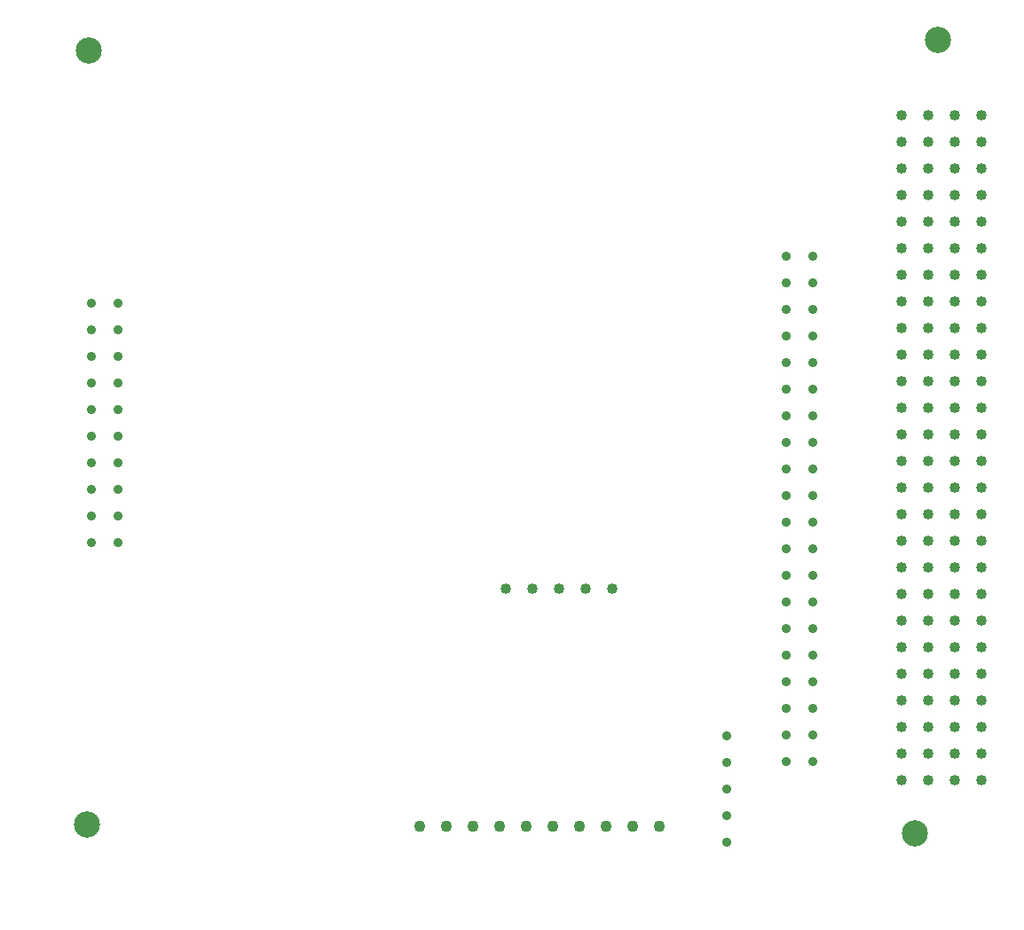
<source format=gbr>
%TF.GenerationSoftware,Altium Limited,Altium Designer,21.6.1 (37)*%
G04 Layer_Color=0*
%FSLAX45Y45*%
%MOMM*%
%TF.SameCoordinates,16E63DA4-43ED-4674-A1E0-7AC0996D3122*%
%TF.FilePolarity,Positive*%
%TF.FileFunction,Plated,1,6,PTH,Drill*%
%TF.Part,Single*%
G01*
G75*
%TA.AperFunction,ComponentDrill*%
%ADD151C,1.10000*%
%ADD152C,1.02000*%
%ADD153C,0.90000*%
%ADD154C,1.02000*%
%ADD155C,2.50000*%
%TA.AperFunction,ViaDrill,NotFilled*%
%ADD156C,0.10000*%
D151*
X8302371Y3395889D02*
D03*
X8048371Y3395889D02*
D03*
X7540371Y3395889D02*
D03*
X7032371Y3395889D02*
D03*
X6524371Y3395889D02*
D03*
X6778371Y3395889D02*
D03*
X7286371Y3395889D02*
D03*
X7794371Y3395889D02*
D03*
X8556371Y3395889D02*
D03*
X8810371Y3395889D02*
D03*
D152*
X11633200Y3835400D02*
D03*
X11633200Y4089400D02*
D03*
X11633200Y4343400D02*
D03*
X11633200Y4597400D02*
D03*
X11633200Y4851400D02*
D03*
X11633200Y5105400D02*
D03*
X11633200Y5359400D02*
D03*
X11633200Y5613400D02*
D03*
X11633200Y5867400D02*
D03*
X11633200Y6121400D02*
D03*
X11633200Y6375400D02*
D03*
X11633200Y6629400D02*
D03*
X11633200Y6883400D02*
D03*
X11633200Y7137400D02*
D03*
X11633200Y7391400D02*
D03*
X11633200Y7645400D02*
D03*
X11633200Y7899400D02*
D03*
X11633200Y8153400D02*
D03*
X11633200Y8407400D02*
D03*
X11633200Y8661400D02*
D03*
X11633200Y8915400D02*
D03*
X11633200Y9169400D02*
D03*
X11633200Y9423400D02*
D03*
X11633200Y9677400D02*
D03*
X11633200Y9931400D02*
D03*
X11633200Y10185400D02*
D03*
X11887200Y3835400D02*
D03*
X11887200Y4089400D02*
D03*
X11887200Y4343400D02*
D03*
X11887200Y4597400D02*
D03*
X11887200Y4851400D02*
D03*
X11887200Y5105400D02*
D03*
X11887200Y5359400D02*
D03*
X11887200Y5613400D02*
D03*
X11887200Y5867400D02*
D03*
X11887200Y6121400D02*
D03*
X11887200Y6375400D02*
D03*
X11887200Y6629400D02*
D03*
X11887200Y6883400D02*
D03*
X11887200Y7137400D02*
D03*
X11887200Y7391400D02*
D03*
X11887200Y7645400D02*
D03*
X11887200Y7899400D02*
D03*
X11887200Y8153400D02*
D03*
X11887200Y8407400D02*
D03*
X11887200Y8661400D02*
D03*
X11887200Y8915400D02*
D03*
X11887200Y9169400D02*
D03*
X11887200Y9423400D02*
D03*
X11887200Y9677400D02*
D03*
X11887200Y9931400D02*
D03*
X11887200Y10185400D02*
D03*
X11379200Y10185400D02*
D03*
X11379200Y9931400D02*
D03*
X11379200Y9677400D02*
D03*
X11379200Y9423400D02*
D03*
X11379200Y9169400D02*
D03*
X11379200Y8915400D02*
D03*
X11379200Y8661400D02*
D03*
X11379200Y8407400D02*
D03*
X11379200Y8153400D02*
D03*
X11379200Y7899400D02*
D03*
X11379200Y7645400D02*
D03*
X11379200Y7391400D02*
D03*
X11379200Y6883400D02*
D03*
X11379200Y6629400D02*
D03*
X11379200Y6375400D02*
D03*
X11379200Y6121400D02*
D03*
X11379200Y5867400D02*
D03*
X11379200Y5613400D02*
D03*
X11379200Y5359400D02*
D03*
X11379200Y5105400D02*
D03*
X11379200Y4851400D02*
D03*
X11379200Y4597400D02*
D03*
X11379200Y4343400D02*
D03*
X11379200Y4089400D02*
D03*
X11379200Y3835400D02*
D03*
X11125200Y10185400D02*
D03*
X11125200Y9931400D02*
D03*
X11125200Y9677400D02*
D03*
X11125200Y9423400D02*
D03*
X11125200Y9169400D02*
D03*
X11125200Y8915400D02*
D03*
X11125200Y8661400D02*
D03*
X11125200Y8407400D02*
D03*
X11125200Y8153400D02*
D03*
X11125200Y7899400D02*
D03*
X11125200Y7645400D02*
D03*
X11125200Y7391400D02*
D03*
X11125200Y6883400D02*
D03*
X11125200Y6629400D02*
D03*
X11125200Y6375400D02*
D03*
X11125200Y6121400D02*
D03*
X11125200Y5867400D02*
D03*
X11125200Y5613400D02*
D03*
X11125200Y5359400D02*
D03*
X11125200Y5105400D02*
D03*
X11125200Y4851400D02*
D03*
X11125200Y4597400D02*
D03*
X11125200Y4343400D02*
D03*
X11125200Y4089400D02*
D03*
X11125200Y3835400D02*
D03*
X11379200Y7137400D02*
D03*
X11125200Y7137400D02*
D03*
D153*
X9459628Y4007665D02*
D03*
X9459628Y3245665D02*
D03*
X9459628Y3499665D02*
D03*
X9459628Y3753665D02*
D03*
X9459628Y4261665D02*
D03*
X10274300Y4013200D02*
D03*
X10020300Y4013200D02*
D03*
X10274300Y4267200D02*
D03*
X10020300Y4267200D02*
D03*
X10274300Y4521200D02*
D03*
X10020300Y4521200D02*
D03*
X10274300Y4775200D02*
D03*
X10020300Y4775200D02*
D03*
X10274300Y5029200D02*
D03*
X10020300Y5029200D02*
D03*
X10274300Y5283200D02*
D03*
X10020300Y5283200D02*
D03*
X10274300Y5537200D02*
D03*
X10020300Y5537200D02*
D03*
X10274300Y5791200D02*
D03*
X10020300Y5791200D02*
D03*
X10274300Y6045200D02*
D03*
X10020300Y6045200D02*
D03*
X10274300Y6299200D02*
D03*
X10020300Y6299200D02*
D03*
X10274300Y6553200D02*
D03*
X10020300Y6553200D02*
D03*
X10274300Y6807200D02*
D03*
X10020300Y6807200D02*
D03*
X10274300Y7061200D02*
D03*
X10020300Y7061200D02*
D03*
X10274300Y7315200D02*
D03*
X10020300Y7315200D02*
D03*
X10274300Y7569200D02*
D03*
X10020300Y7569200D02*
D03*
X10274300Y7823200D02*
D03*
X10020300Y7823200D02*
D03*
X10274300Y8077200D02*
D03*
X10020300Y8077200D02*
D03*
X10274300Y8331200D02*
D03*
X10020300Y8331200D02*
D03*
X10274300Y8585200D02*
D03*
X10020300Y8585200D02*
D03*
X10274300Y8839200D02*
D03*
X10020300Y8839200D02*
D03*
X3390900Y8394700D02*
D03*
X3644900Y8394700D02*
D03*
X3390900Y8140700D02*
D03*
X3644900Y8140700D02*
D03*
X3390900Y7886700D02*
D03*
X3644900Y7886700D02*
D03*
X3390900Y7632700D02*
D03*
X3644900Y7632700D02*
D03*
X3390900Y7378700D02*
D03*
X3644900Y7378700D02*
D03*
X3390900Y7124700D02*
D03*
X3644900Y7124700D02*
D03*
X3390900Y6870700D02*
D03*
X3644900Y6870700D02*
D03*
X3390900Y6616700D02*
D03*
X3644900Y6616700D02*
D03*
X3390900Y6362700D02*
D03*
X3644900Y6362700D02*
D03*
X3390900Y6108700D02*
D03*
X3644900Y6108700D02*
D03*
D154*
X7350902Y5666110D02*
D03*
X7604902Y5666110D02*
D03*
X7858902Y5666110D02*
D03*
X8112902Y5666110D02*
D03*
X8366902Y5666110D02*
D03*
D155*
X3365500Y10807700D02*
D03*
X11468100Y10909300D02*
D03*
X11252200Y3327400D02*
D03*
X3352800Y3416300D02*
D03*
D156*
X4849139Y3147801D02*
D03*
X5821073Y3342801D02*
D03*
X4904140Y3342806D02*
D03*
X11879648Y3608646D02*
D03*
X11942001Y3610894D02*
D03*
X11052466Y2622906D02*
D03*
X6718064Y6498824D02*
D03*
X7365908Y7637842D02*
D03*
X7359348Y7730002D02*
D03*
X7294396Y7649024D02*
D03*
X7198339Y7629076D02*
D03*
X7434864Y7589691D02*
D03*
X7430377Y7660001D02*
D03*
X7055573Y7619362D02*
D03*
X7115489Y7616199D02*
D03*
X7198205Y7833515D02*
D03*
X7144571Y7749828D02*
D03*
X6974506Y7936039D02*
D03*
X7145161Y8051744D02*
D03*
X7095663Y7980599D02*
D03*
X6974506Y8015599D02*
D03*
X7026833Y7827563D02*
D03*
X7043942Y7741871D02*
D03*
X7272600Y8063273D02*
D03*
X4803963Y8087568D02*
D03*
X5842101Y6372233D02*
D03*
X5901021Y6688098D02*
D03*
X5897346Y6890721D02*
D03*
X5901715Y6988924D02*
D03*
X5897534Y7089890D02*
D03*
X5901715Y6780603D02*
D03*
X5798965Y6890603D02*
D03*
X6206995Y6773767D02*
D03*
X6203505Y6888095D02*
D03*
X6308492Y6896534D02*
D03*
X7739313Y6875938D02*
D03*
X7369827Y7370896D02*
D03*
X7367392Y7456854D02*
D03*
X7430358Y7430573D02*
D03*
X7434864Y7515573D02*
D03*
X7590917Y7527171D02*
D03*
X7587605Y7442171D02*
D03*
X7788646Y7771182D02*
D03*
X7788646Y7686182D02*
D03*
X7724727Y7654752D02*
D03*
X7788646Y7469998D02*
D03*
X7657297Y7432500D02*
D03*
X7767739Y7546257D02*
D03*
X7745969Y7342588D02*
D03*
X7587293Y7650309D02*
D03*
X7578660Y7356770D02*
D03*
X7516090Y7452649D02*
D03*
X6985417Y7383042D02*
D03*
X7493660Y7364420D02*
D03*
X7354628Y7809207D02*
D03*
X7439628Y7801757D02*
D03*
X6672511Y8372044D02*
D03*
X6254137Y8718338D02*
D03*
X6309364Y6785662D02*
D03*
X5803509Y6793631D02*
D03*
X6016808Y6893098D02*
D03*
X5704495Y6890598D02*
D03*
X4902328Y6690795D02*
D03*
X5004162Y7293172D02*
D03*
X5017487Y7395446D02*
D03*
X5103817Y7494137D02*
D03*
X5004162Y7483802D02*
D03*
X5403071Y7999227D02*
D03*
X4917039Y8286334D02*
D03*
X4807039Y8298761D02*
D03*
X4799304Y8395746D02*
D03*
X4913880Y8392617D02*
D03*
X4890164Y8090599D02*
D03*
X5109799Y8099420D02*
D03*
X5006998Y8207432D02*
D03*
X5116998Y8191785D02*
D03*
X5323831Y8290598D02*
D03*
X5489455Y8069615D02*
D03*
X5707029Y8089431D02*
D03*
X5698722Y7982752D02*
D03*
X5710564Y7897752D02*
D03*
X6117593Y7593099D02*
D03*
X6010534Y7787066D02*
D03*
X6102118Y7991787D02*
D03*
X6206998Y8098060D02*
D03*
X6635520Y7655994D02*
D03*
X6757550Y7391633D02*
D03*
X6837550Y6980601D02*
D03*
X7550101Y6074793D02*
D03*
X6375207Y5469190D02*
D03*
X5498648Y5271646D02*
D03*
X12058372Y8599637D02*
D03*
X6510677Y6590599D02*
D03*
X6406993Y7186618D02*
D03*
X6211995Y6995886D02*
D03*
X6303588Y7097798D02*
D03*
X6409495Y7093098D02*
D03*
X5718696Y6990598D02*
D03*
X5512190Y7186822D02*
D03*
X4086939Y7541950D02*
D03*
X4317775Y7483230D02*
D03*
X4259440Y7552174D02*
D03*
X4148402Y7174395D02*
D03*
X3939052Y8747420D02*
D03*
X3939052Y8596996D02*
D03*
X3939052Y8296143D02*
D03*
X3939052Y8447733D02*
D03*
X8025439Y6979237D02*
D03*
X7980439Y7103337D02*
D03*
X8075460Y7293915D02*
D03*
X7525351Y7677501D02*
D03*
X7512292Y7589691D02*
D03*
X7646750Y7718456D02*
D03*
X7650523Y7803457D02*
D03*
X7510454Y7804764D02*
D03*
X6747954Y8133637D02*
D03*
X6406998Y8383502D02*
D03*
X6419826Y8493502D02*
D03*
X6206998Y8387065D02*
D03*
X6306998Y8290601D02*
D03*
X6399770Y7705001D02*
D03*
X6204158Y7586138D02*
D03*
X6106998Y7690602D02*
D03*
X6110534Y7790599D02*
D03*
X6402667Y7996861D02*
D03*
X6504495Y7899114D02*
D03*
X6414569Y7898172D02*
D03*
X6308888Y7978454D02*
D03*
X6190234Y7983071D02*
D03*
X6013211Y8193298D02*
D03*
X6003430Y8293098D02*
D03*
X6104133Y7892238D02*
D03*
X5900739Y7996861D02*
D03*
X5906998Y7890293D02*
D03*
X5606994Y7890293D02*
D03*
X5894499Y8193366D02*
D03*
X5804696Y8087175D02*
D03*
X5712045Y8193865D02*
D03*
X5807982Y8187568D02*
D03*
X5800956Y8296643D02*
D03*
X5500164Y8391636D02*
D03*
X5310339Y8490600D02*
D03*
X5364266Y8976589D02*
D03*
X5428488Y9412938D02*
D03*
X5346839Y9414764D02*
D03*
X5106207Y8707195D02*
D03*
X4998204Y8496191D02*
D03*
X5194990Y8386267D02*
D03*
X5219974Y8280570D02*
D03*
X5110819Y8299018D02*
D03*
X5203062Y8182175D02*
D03*
X5513232Y8194858D02*
D03*
X5310530Y8186206D02*
D03*
X5499396Y7989618D02*
D03*
X5404462Y7882001D02*
D03*
X5311064Y8086475D02*
D03*
X5205753Y7990772D02*
D03*
X5216899Y7880465D02*
D03*
X5106591Y7895454D02*
D03*
X4909804Y7983085D02*
D03*
X4999495Y8287103D02*
D03*
X4913262Y8185251D02*
D03*
X4693788Y8287996D02*
D03*
X4813571Y8194632D02*
D03*
X4703571Y8190601D02*
D03*
X4714187Y7991434D02*
D03*
X4615295Y7856753D02*
D03*
X4907434Y7691236D02*
D03*
X5088845Y7694789D02*
D03*
X5206973Y7673729D02*
D03*
X5206995Y7590602D02*
D03*
X5200962Y7494137D02*
D03*
X5120699Y7399879D02*
D03*
X5106995Y7190598D02*
D03*
X5510957Y6491322D02*
D03*
X5300342Y6898316D02*
D03*
X5511285Y6796714D02*
D03*
X5596893Y6880497D02*
D03*
X5608079Y6794716D02*
D03*
X5705558Y6692865D02*
D03*
X5711398Y6795591D02*
D03*
X5799601Y6694264D02*
D03*
X6014894Y6597853D02*
D03*
X6173533Y6598277D02*
D03*
X6310111Y6695595D02*
D03*
X6110239Y6778203D02*
D03*
X6098540Y6893506D02*
D03*
X6482668Y6994831D02*
D03*
X6302194Y7184638D02*
D03*
X6201926Y7191424D02*
D03*
X6110133Y7189972D02*
D03*
X6016808Y7096048D02*
D03*
X6013681Y6782120D02*
D03*
X6016808Y6990598D02*
D03*
X6002778Y7186618D02*
D03*
X6016808Y6690599D02*
D03*
X5902268Y7187334D02*
D03*
X5911270Y7383769D02*
D03*
X6018971Y7390501D02*
D03*
X5998980Y7500597D02*
D03*
X6846574Y7390501D02*
D03*
X6889074Y7500662D02*
D03*
X7095297Y7273885D02*
D03*
X6877596Y7618368D02*
D03*
X6720050Y7617967D02*
D03*
X6679794Y7538027D02*
D03*
X7237989Y7566502D02*
D03*
X7363921Y7567503D02*
D03*
X7515936Y7527227D02*
D03*
X7270980Y7225425D02*
D03*
X7526101Y7209896D02*
D03*
X7409099Y7209896D02*
D03*
X6838812Y7168131D02*
D03*
X6718282Y7122923D02*
D03*
X6971787Y6753647D02*
D03*
X7185393Y6572574D02*
D03*
X7088139Y6417232D02*
D03*
X6627307Y6419930D02*
D03*
X6005578Y6272243D02*
D03*
X5920060Y6256329D02*
D03*
X6062048Y6335982D02*
D03*
X4957042Y6361577D02*
D03*
X5103924Y6494827D02*
D03*
X5020637Y6704241D02*
D03*
X4832301Y6595283D02*
D03*
X4336967Y6592455D02*
D03*
X4352799Y6776717D02*
D03*
X4613580Y6687445D02*
D03*
X4707690Y6789470D02*
D03*
X4894623Y6787712D02*
D03*
X4890164Y6890601D02*
D03*
X4830280Y6894324D02*
D03*
X4909984Y7096427D02*
D03*
X4802240Y7091590D02*
D03*
X4722160Y7089450D02*
D03*
X4906905Y7290364D02*
D03*
X4895952Y7390631D02*
D03*
X4806199Y7491778D02*
D03*
X4804440Y7388872D02*
D03*
X4705932Y7399426D02*
D03*
X4611382Y7391070D02*
D03*
X4394575Y7268374D02*
D03*
X4319951Y7333501D02*
D03*
X4390344Y7381458D02*
D03*
X3912880Y7106857D02*
D03*
X4001194Y7174909D02*
D03*
X4299741Y7098630D02*
D03*
X4184092Y7090690D02*
D03*
X4085679Y7047164D02*
D03*
X12058502Y5535900D02*
D03*
X8964292Y5923887D02*
D03*
X8265457Y6040615D02*
D03*
X8431284Y6044300D02*
D03*
X8343962Y6045122D02*
D03*
X8194439Y6054967D02*
D03*
X8125501Y6054967D02*
D03*
X5274675Y6290353D02*
D03*
X5510429Y6354353D02*
D03*
X5353069Y5982443D02*
D03*
X5263959Y5982443D02*
D03*
X7717232Y5901956D02*
D03*
X7527402Y5901956D02*
D03*
X5373531Y5275704D02*
D03*
X7499111Y5238349D02*
D03*
X7372111Y5238349D02*
D03*
X7245111Y5238349D02*
D03*
X6918882Y5267257D02*
D03*
X5887194Y4775200D02*
D03*
X6435029Y4954437D02*
D03*
X4101418Y5441055D02*
D03*
X9523535Y7491919D02*
D03*
X9620732Y6587939D02*
D03*
X7491155Y4042859D02*
D03*
X7380068Y4042859D02*
D03*
X7245111Y4059918D02*
D03*
X5872598Y2665406D02*
D03*
X3789608Y8004200D02*
D03*
X4104909Y8674252D02*
D03*
X4247701Y9896547D02*
D03*
X4193691Y9942459D02*
D03*
X4133691Y9942459D02*
D03*
X4316191Y9843612D02*
D03*
X5591274Y8614767D02*
D03*
X5364266Y8706376D02*
D03*
X5270339Y8824322D02*
D03*
X5574009Y9106797D02*
D03*
X5570667Y8964559D02*
D03*
X5504031Y9023853D02*
D03*
X5230299Y9015842D02*
D03*
X6139318Y8625727D02*
D03*
X5811798Y8385796D02*
D03*
X6149039Y8877934D02*
D03*
X5711801Y8285799D02*
D03*
X5701695Y8395901D02*
D03*
X5601697Y8295903D02*
D03*
X5981996Y8911763D02*
D03*
X5685391Y9186850D02*
D03*
X5697171Y9370581D02*
D03*
X5137798Y9299478D02*
D03*
X5895639Y9274459D02*
D03*
X5383571Y8606334D02*
D03*
X5766825Y9552759D02*
D03*
X5853139Y9510259D02*
D03*
X5212800Y8691726D02*
D03*
X5103817Y8490977D02*
D03*
X5020860Y8696905D02*
D03*
X4927481Y8696905D02*
D03*
X4799039Y8730170D02*
D03*
X4747040Y8692460D02*
D03*
X4863483Y8690170D02*
D03*
X4689265Y8730170D02*
D03*
X4729721Y8607444D02*
D03*
X4531365Y8730170D02*
D03*
X4599045Y8690170D02*
D03*
X4397959Y8631343D02*
D03*
X4459341Y8690170D02*
D03*
X4393979Y8736253D02*
D03*
X4368025Y8577980D02*
D03*
X4705963Y8094136D02*
D03*
X4616352Y7991434D02*
D03*
X4898286Y7797064D02*
D03*
X4715833Y7785299D02*
D03*
X4702317Y7695729D02*
D03*
X4611389Y7698558D02*
D03*
X4369623Y7690314D02*
D03*
X4298614Y7716128D02*
D03*
X4270628Y7769200D02*
D03*
X4299100Y8011157D02*
D03*
X4286080Y7859253D02*
D03*
X4286080Y7922366D02*
D03*
X4901142Y7581236D02*
D03*
X4899924Y7490602D02*
D03*
X4329232Y7233378D02*
D03*
X5014271Y7083322D02*
D03*
X4699421Y7198170D02*
D03*
X5221995Y6201309D02*
D03*
X5136577Y6201179D02*
D03*
X5069375Y6218244D02*
D03*
X5020311Y6161968D02*
D03*
X4916899Y6174993D02*
D03*
X4968389Y6205792D02*
D03*
X4862539Y6200390D02*
D03*
X4682711Y6203975D02*
D03*
X4742546Y6199526D02*
D03*
X4802540Y6200429D02*
D03*
X4707567Y6490604D02*
D03*
X4707567Y6690599D02*
D03*
X4609386Y6586384D02*
D03*
X5459688Y5762111D02*
D03*
X5506107Y5809543D02*
D03*
X5914604Y5816956D02*
D03*
X5868839Y5982443D02*
D03*
X5808839Y5982443D02*
D03*
X5621597Y6490599D02*
D03*
X5492942Y6692206D02*
D03*
X5407942Y6590599D02*
D03*
X5492942Y6588733D02*
D03*
X5400957Y6495170D02*
D03*
X5516563Y6226202D02*
D03*
X5431563Y6197709D02*
D03*
X5360193Y6334527D02*
D03*
X5290957Y6490599D02*
D03*
X5290163Y6590601D02*
D03*
X5206995Y6890598D02*
D03*
X5306995Y6990598D02*
D03*
X5411894Y7197891D02*
D03*
X5304752Y7203725D02*
D03*
X5406995Y7290598D02*
D03*
X5906999Y7306638D02*
D03*
X6106993Y7306940D02*
D03*
X6206998Y7306638D02*
D03*
X5806459Y7306638D02*
D03*
X5706999Y7306638D02*
D03*
X6296791Y7306638D02*
D03*
X5506994Y7306638D02*
D03*
X6006998Y7306638D02*
D03*
X5706604Y7593099D02*
D03*
X5106995Y7790602D02*
D03*
X5606994Y7490597D02*
D03*
X4100436Y7644549D02*
D03*
X5103817Y7089890D02*
D03*
X8733764Y8474236D02*
D03*
X5708898Y6599029D02*
D03*
X6106998Y6990598D02*
D03*
X4804498Y6988101D02*
D03*
X5306997Y7790597D02*
D03*
X5904496Y7593099D02*
D03*
X6206998Y7500597D02*
D03*
X6106998Y7500597D02*
D03*
X5601999Y8094136D02*
D03*
X5506999Y7890601D02*
D03*
X4607001Y8390595D02*
D03*
X4505925Y7087062D02*
D03*
X4506996Y7790602D02*
D03*
X4505925Y6794765D02*
D03*
X5103817Y6692206D02*
D03*
X9828809Y5029200D02*
D03*
X6852228Y7971039D02*
D03*
X6003965Y7893634D02*
D03*
X6106998Y7381633D02*
D03*
X3996046Y3727887D02*
D03*
X3996046Y3988313D02*
D03*
X3431279Y4642876D02*
D03*
X4466300Y3727887D02*
D03*
X3996046Y4248739D02*
D03*
X3700916Y4642876D02*
D03*
X4466300Y3988313D02*
D03*
X5706999Y6490599D02*
D03*
X6106998Y6690599D02*
D03*
X4144607Y5360183D02*
D03*
X4483383Y5343023D02*
D03*
X5182384Y9368561D02*
D03*
X5203459Y8094136D02*
D03*
X5306995Y7996528D02*
D03*
X5606994Y8190601D02*
D03*
X5314497Y8391636D02*
D03*
X5428488Y9339900D02*
D03*
X5276221Y9331176D02*
D03*
X5570667Y9261288D02*
D03*
X5348488Y9339900D02*
D03*
X5348488Y9259900D02*
D03*
X5111880Y7285713D02*
D03*
X12058372Y8716201D02*
D03*
X6106998Y7098145D02*
D03*
X5003203Y7586810D02*
D03*
X4806996Y7790597D02*
D03*
X5410530Y8294136D02*
D03*
X5410530Y8094136D02*
D03*
X5005422Y8089904D02*
D03*
X6674326Y8490600D02*
D03*
X6456090Y8600404D02*
D03*
X6356995Y8600404D02*
D03*
X5306995Y7091454D02*
D03*
X5221995Y6690039D02*
D03*
X4606996Y7195598D02*
D03*
X5603458Y7087062D02*
D03*
X5506999Y7090598D02*
D03*
X5206995Y7090600D02*
D03*
X5411158Y7089890D02*
D03*
X5613869Y5244056D02*
D03*
X9713922Y7730424D02*
D03*
X9655152Y6754167D02*
D03*
X5781856Y5546936D02*
D03*
X10635549Y4066233D02*
D03*
X8829078Y5229562D02*
D03*
X6892076Y6757649D02*
D03*
X5206995Y7790602D02*
D03*
X5704897Y8590605D02*
D03*
X6121312Y2903742D02*
D03*
X5833565Y4070345D02*
D03*
X6654622Y5243819D02*
D03*
X10977657Y11075040D02*
D03*
X8467611Y8102033D02*
D03*
X8512565Y8707367D02*
D03*
X8717419Y8394218D02*
D03*
X5911792Y5939456D02*
D03*
X5697007Y5216117D02*
D03*
X4969298Y5888627D02*
D03*
X5028300Y5829625D02*
D03*
X9414995Y6309594D02*
D03*
X5017735Y9261612D02*
D03*
X7728091Y9063343D02*
D03*
X7908077Y9063343D02*
D03*
X3100192Y6055667D02*
D03*
X8577605Y7975878D02*
D03*
X3087893Y8161754D02*
D03*
X3501290Y9646463D02*
D03*
X6434887Y10301274D02*
D03*
X8378467Y10584491D02*
D03*
X10426200Y9895779D02*
D03*
X10763310Y8300419D02*
D03*
X10631942Y5992167D02*
D03*
X8282324Y3723949D02*
D03*
X5713001Y3667888D02*
D03*
X4506357Y4767308D02*
D03*
X6861071Y6590599D02*
D03*
X6927555Y6440602D02*
D03*
X5806999Y7690602D02*
D03*
X4507001Y6394663D02*
D03*
X4507001Y6490604D02*
D03*
X4336869Y6516859D02*
D03*
X4903451Y7890596D02*
D03*
X4506701Y8390600D02*
D03*
X4319991Y8390600D02*
D03*
X4319991Y8482572D02*
D03*
X6865618Y8728229D02*
D03*
X9042500Y7487498D02*
D03*
X9273610Y6920368D02*
D03*
X9407500Y6920368D02*
D03*
X5728725Y2994491D02*
D03*
X6121312Y3215478D02*
D03*
X10115630Y3102031D02*
D03*
X10553920Y3102031D02*
D03*
X5629250Y4299472D02*
D03*
X5502250Y4299472D02*
D03*
X4965679Y3727887D02*
D03*
X3946046Y4642876D02*
D03*
X4006124Y6108700D02*
D03*
X2759332Y8915489D02*
D03*
X3200453Y8915489D02*
D03*
X4104842Y8365598D02*
D03*
X6434887Y9968062D02*
D03*
X6960152Y9968062D02*
D03*
X8023984Y9893781D02*
D03*
X8564624Y9833049D02*
D03*
X9050100Y9833049D02*
D03*
X8952684Y9289867D02*
D03*
X8376217Y9289867D02*
D03*
X7112290Y9475531D02*
D03*
X7012515Y9224703D02*
D03*
X7353713Y9734089D02*
D03*
X6657077Y6586774D02*
D03*
X8133986Y7372262D02*
D03*
X5404746Y6892847D02*
D03*
X5906994Y8090601D02*
D03*
X9687021Y7218803D02*
D03*
X8798449Y5340650D02*
D03*
X6310229Y5590518D02*
D03*
X5406995Y6990598D02*
D03*
X5708446Y7189150D02*
D03*
X5103817Y6890598D02*
D03*
X7879372Y7015601D02*
D03*
X7806188Y6925598D02*
D03*
X6911541Y8214573D02*
D03*
X6823667Y8249573D02*
D03*
X4151432Y6715601D02*
D03*
X4081144Y6788300D02*
D03*
X4122551Y6991720D02*
D03*
X6006998Y7690602D02*
D03*
X8023984Y9462669D02*
D03*
X7869425Y9462669D02*
D03*
X7728091Y9462669D02*
D03*
X5406995Y7790602D02*
D03*
X5806999Y7490597D02*
D03*
X5506999Y7688123D02*
D03*
X5704489Y7390597D02*
D03*
X5206995Y7390602D02*
D03*
X10901734Y6247726D02*
D03*
X10960171Y5690900D02*
D03*
X11809700Y3608646D02*
D03*
X5006995Y7690602D02*
D03*
X11964700Y5475992D02*
D03*
X4319991Y8155594D02*
D03*
X6871030Y8813247D02*
D03*
X6823667Y8430600D02*
D03*
X11514716Y10280400D02*
D03*
X11836137Y10381394D02*
D03*
X11555700Y10328334D02*
D03*
X11607321Y10381394D02*
D03*
X6206998Y8186970D02*
D03*
X6823667Y8334544D02*
D03*
X6406998Y8186970D02*
D03*
X4906996Y6990598D02*
D03*
X6524371Y3589850D02*
D03*
X6778371Y3589850D02*
D03*
X6106998Y8090601D02*
D03*
X5906999Y7790597D02*
D03*
X4507001Y6590604D02*
D03*
X4806996Y6790599D02*
D03*
X5006995Y6990598D02*
D03*
X5006995Y7890601D02*
D03*
X5103817Y6990598D02*
D03*
X5206995Y7290598D02*
D03*
X5306995Y7890596D02*
D03*
X5306995Y7390597D02*
D03*
X5306995Y7490602D02*
D03*
X5306995Y7590602D02*
D03*
X6057124Y8817729D02*
D03*
X5349052Y9186850D02*
D03*
X5422631Y9186850D02*
D03*
X5571236Y9186850D02*
D03*
X5506999Y6890603D02*
D03*
X5506994Y6990603D02*
D03*
X5406995Y7390597D02*
D03*
X5495439Y7590602D02*
D03*
X5406995Y7690602D02*
D03*
X5506994Y7790602D02*
D03*
X5406995Y8390600D02*
D03*
X5406995Y8490600D02*
D03*
X5606999Y6990598D02*
D03*
X5606999Y7390597D02*
D03*
X5606999Y7690602D02*
D03*
X5422631Y9260429D02*
D03*
X5606999Y7790597D02*
D03*
X5806999Y6990603D02*
D03*
X5706999Y7790597D02*
D03*
X5806994Y7790597D02*
D03*
X5806999Y7390597D02*
D03*
X5906999Y7490597D02*
D03*
X5906999Y7690602D02*
D03*
X6006998Y7990601D02*
D03*
X6106998Y8190601D02*
D03*
X6206998Y7690602D02*
D03*
X6306995Y7690602D02*
D03*
X6306998Y8190601D02*
D03*
X5756250Y4275492D02*
D03*
X5206995Y6990598D02*
D03*
X4907283Y7190598D02*
D03*
X4466300Y4248739D02*
D03*
%TF.MD5,ae57e706adeb2cd324451c0117b293e1*%
M02*

</source>
